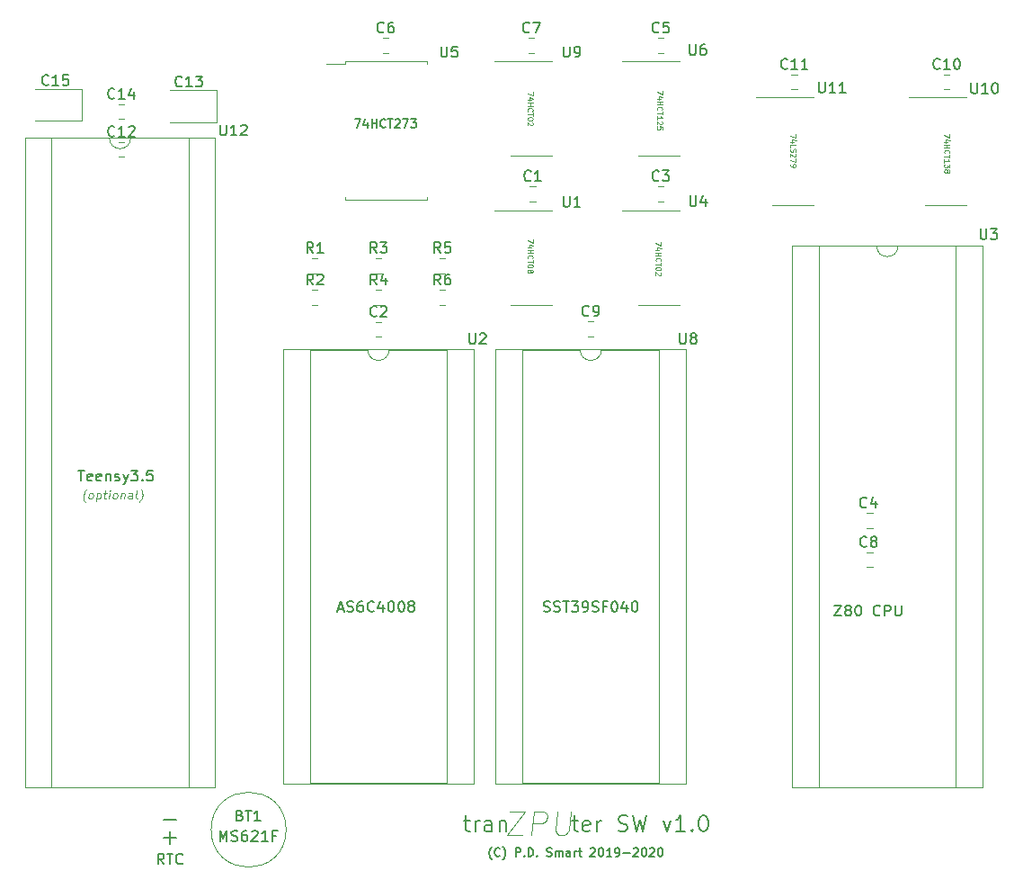
<source format=gbr>
G04 #@! TF.GenerationSoftware,KiCad,Pcbnew,(5.1.2-1)-1*
G04 #@! TF.CreationDate,2020-04-08T11:54:09+01:00*
G04 #@! TF.ProjectId,tranZPUter-SW,7472616e-5a50-4557-9465-722d53572e6b,rev?*
G04 #@! TF.SameCoordinates,Original*
G04 #@! TF.FileFunction,Legend,Top*
G04 #@! TF.FilePolarity,Positive*
%FSLAX46Y46*%
G04 Gerber Fmt 4.6, Leading zero omitted, Abs format (unit mm)*
G04 Created by KiCad (PCBNEW (5.1.2-1)-1) date 2020-04-08 11:54:09*
%MOMM*%
%LPD*%
G04 APERTURE LIST*
%ADD10C,0.150000*%
%ADD11C,0.100000*%
%ADD12C,0.200000*%
%ADD13C,0.120000*%
G04 APERTURE END LIST*
D10*
X118046571Y-148407380D02*
X117713238Y-147931190D01*
X117475142Y-148407380D02*
X117475142Y-147407380D01*
X117856095Y-147407380D01*
X117951333Y-147455000D01*
X117998952Y-147502619D01*
X118046571Y-147597857D01*
X118046571Y-147740714D01*
X117998952Y-147835952D01*
X117951333Y-147883571D01*
X117856095Y-147931190D01*
X117475142Y-147931190D01*
X118332285Y-147407380D02*
X118903714Y-147407380D01*
X118618000Y-148407380D02*
X118618000Y-147407380D01*
X119808476Y-148312142D02*
X119760857Y-148359761D01*
X119618000Y-148407380D01*
X119522761Y-148407380D01*
X119379904Y-148359761D01*
X119284666Y-148264523D01*
X119237047Y-148169285D01*
X119189428Y-147978809D01*
X119189428Y-147835952D01*
X119237047Y-147645476D01*
X119284666Y-147550238D01*
X119379904Y-147455000D01*
X119522761Y-147407380D01*
X119618000Y-147407380D01*
X119760857Y-147455000D01*
X119808476Y-147502619D01*
D11*
X110615160Y-114331666D02*
X110581827Y-114293571D01*
X110519922Y-114179285D01*
X110491351Y-114103095D01*
X110467541Y-113988809D01*
X110453255Y-113798333D01*
X110472303Y-113645952D01*
X110534208Y-113455476D01*
X110586589Y-113341190D01*
X110634208Y-113265000D01*
X110724684Y-113150714D01*
X110767541Y-113112619D01*
X111072303Y-114026904D02*
X111000875Y-113988809D01*
X110967541Y-113950714D01*
X110938970Y-113874523D01*
X110967541Y-113645952D01*
X111015160Y-113569761D01*
X111058017Y-113531666D01*
X111138970Y-113493571D01*
X111253255Y-113493571D01*
X111324684Y-113531666D01*
X111358017Y-113569761D01*
X111386589Y-113645952D01*
X111358017Y-113874523D01*
X111310398Y-113950714D01*
X111267541Y-113988809D01*
X111186589Y-114026904D01*
X111072303Y-114026904D01*
X111748494Y-113493571D02*
X111648494Y-114293571D01*
X111743732Y-113531666D02*
X111824684Y-113493571D01*
X111977065Y-113493571D01*
X112048494Y-113531666D01*
X112081827Y-113569761D01*
X112110398Y-113645952D01*
X112081827Y-113874523D01*
X112034208Y-113950714D01*
X111991351Y-113988809D01*
X111910398Y-114026904D01*
X111758017Y-114026904D01*
X111686589Y-113988809D01*
X112358017Y-113493571D02*
X112662779Y-113493571D01*
X112505636Y-113226904D02*
X112419922Y-113912619D01*
X112448494Y-113988809D01*
X112519922Y-114026904D01*
X112596113Y-114026904D01*
X112862779Y-114026904D02*
X112929446Y-113493571D01*
X112962779Y-113226904D02*
X112919922Y-113265000D01*
X112953255Y-113303095D01*
X112996113Y-113265000D01*
X112962779Y-113226904D01*
X112953255Y-113303095D01*
X113358017Y-114026904D02*
X113286589Y-113988809D01*
X113253255Y-113950714D01*
X113224684Y-113874523D01*
X113253255Y-113645952D01*
X113300875Y-113569761D01*
X113343732Y-113531666D01*
X113424684Y-113493571D01*
X113538970Y-113493571D01*
X113610398Y-113531666D01*
X113643732Y-113569761D01*
X113672303Y-113645952D01*
X113643732Y-113874523D01*
X113596113Y-113950714D01*
X113553255Y-113988809D01*
X113472303Y-114026904D01*
X113358017Y-114026904D01*
X114034208Y-113493571D02*
X113967541Y-114026904D01*
X114024684Y-113569761D02*
X114067541Y-113531666D01*
X114148494Y-113493571D01*
X114262779Y-113493571D01*
X114334208Y-113531666D01*
X114362779Y-113607857D01*
X114310398Y-114026904D01*
X115034208Y-114026904D02*
X115086589Y-113607857D01*
X115058017Y-113531666D01*
X114986589Y-113493571D01*
X114834208Y-113493571D01*
X114753255Y-113531666D01*
X115038970Y-113988809D02*
X114958017Y-114026904D01*
X114767541Y-114026904D01*
X114696113Y-113988809D01*
X114667541Y-113912619D01*
X114677065Y-113836428D01*
X114724684Y-113760238D01*
X114805636Y-113722142D01*
X114996113Y-113722142D01*
X115077065Y-113684047D01*
X115529446Y-114026904D02*
X115458017Y-113988809D01*
X115429446Y-113912619D01*
X115515160Y-113226904D01*
X115719922Y-114331666D02*
X115762779Y-114293571D01*
X115853255Y-114179285D01*
X115900875Y-114103095D01*
X115953255Y-113988809D01*
X116015160Y-113798333D01*
X116034208Y-113645952D01*
X116019922Y-113455476D01*
X115996113Y-113341190D01*
X115967541Y-113265000D01*
X115905636Y-113150714D01*
X115872303Y-113112619D01*
D10*
X148940238Y-147986666D02*
X148902142Y-147948571D01*
X148825952Y-147834285D01*
X148787857Y-147758095D01*
X148749761Y-147643809D01*
X148711666Y-147453333D01*
X148711666Y-147300952D01*
X148749761Y-147110476D01*
X148787857Y-146996190D01*
X148825952Y-146920000D01*
X148902142Y-146805714D01*
X148940238Y-146767619D01*
X149702142Y-147605714D02*
X149664047Y-147643809D01*
X149549761Y-147681904D01*
X149473571Y-147681904D01*
X149359285Y-147643809D01*
X149283095Y-147567619D01*
X149245000Y-147491428D01*
X149206904Y-147339047D01*
X149206904Y-147224761D01*
X149245000Y-147072380D01*
X149283095Y-146996190D01*
X149359285Y-146920000D01*
X149473571Y-146881904D01*
X149549761Y-146881904D01*
X149664047Y-146920000D01*
X149702142Y-146958095D01*
X149968809Y-147986666D02*
X150006904Y-147948571D01*
X150083095Y-147834285D01*
X150121190Y-147758095D01*
X150159285Y-147643809D01*
X150197380Y-147453333D01*
X150197380Y-147300952D01*
X150159285Y-147110476D01*
X150121190Y-146996190D01*
X150083095Y-146920000D01*
X150006904Y-146805714D01*
X149968809Y-146767619D01*
X151187857Y-147681904D02*
X151187857Y-146881904D01*
X151492619Y-146881904D01*
X151568809Y-146920000D01*
X151606904Y-146958095D01*
X151645000Y-147034285D01*
X151645000Y-147148571D01*
X151606904Y-147224761D01*
X151568809Y-147262857D01*
X151492619Y-147300952D01*
X151187857Y-147300952D01*
X151987857Y-147605714D02*
X152025952Y-147643809D01*
X151987857Y-147681904D01*
X151949761Y-147643809D01*
X151987857Y-147605714D01*
X151987857Y-147681904D01*
X152368809Y-147681904D02*
X152368809Y-146881904D01*
X152559285Y-146881904D01*
X152673571Y-146920000D01*
X152749761Y-146996190D01*
X152787857Y-147072380D01*
X152825952Y-147224761D01*
X152825952Y-147339047D01*
X152787857Y-147491428D01*
X152749761Y-147567619D01*
X152673571Y-147643809D01*
X152559285Y-147681904D01*
X152368809Y-147681904D01*
X153168809Y-147605714D02*
X153206904Y-147643809D01*
X153168809Y-147681904D01*
X153130714Y-147643809D01*
X153168809Y-147605714D01*
X153168809Y-147681904D01*
X154121190Y-147643809D02*
X154235476Y-147681904D01*
X154425952Y-147681904D01*
X154502142Y-147643809D01*
X154540238Y-147605714D01*
X154578333Y-147529523D01*
X154578333Y-147453333D01*
X154540238Y-147377142D01*
X154502142Y-147339047D01*
X154425952Y-147300952D01*
X154273571Y-147262857D01*
X154197380Y-147224761D01*
X154159285Y-147186666D01*
X154121190Y-147110476D01*
X154121190Y-147034285D01*
X154159285Y-146958095D01*
X154197380Y-146920000D01*
X154273571Y-146881904D01*
X154464047Y-146881904D01*
X154578333Y-146920000D01*
X154921190Y-147681904D02*
X154921190Y-147148571D01*
X154921190Y-147224761D02*
X154959285Y-147186666D01*
X155035476Y-147148571D01*
X155149761Y-147148571D01*
X155225952Y-147186666D01*
X155264047Y-147262857D01*
X155264047Y-147681904D01*
X155264047Y-147262857D02*
X155302142Y-147186666D01*
X155378333Y-147148571D01*
X155492619Y-147148571D01*
X155568809Y-147186666D01*
X155606904Y-147262857D01*
X155606904Y-147681904D01*
X156330714Y-147681904D02*
X156330714Y-147262857D01*
X156292619Y-147186666D01*
X156216428Y-147148571D01*
X156064047Y-147148571D01*
X155987857Y-147186666D01*
X156330714Y-147643809D02*
X156254523Y-147681904D01*
X156064047Y-147681904D01*
X155987857Y-147643809D01*
X155949761Y-147567619D01*
X155949761Y-147491428D01*
X155987857Y-147415238D01*
X156064047Y-147377142D01*
X156254523Y-147377142D01*
X156330714Y-147339047D01*
X156711666Y-147681904D02*
X156711666Y-147148571D01*
X156711666Y-147300952D02*
X156749761Y-147224761D01*
X156787857Y-147186666D01*
X156864047Y-147148571D01*
X156940238Y-147148571D01*
X157092619Y-147148571D02*
X157397380Y-147148571D01*
X157206904Y-146881904D02*
X157206904Y-147567619D01*
X157245000Y-147643809D01*
X157321190Y-147681904D01*
X157397380Y-147681904D01*
X158235476Y-146958095D02*
X158273571Y-146920000D01*
X158349761Y-146881904D01*
X158540238Y-146881904D01*
X158616428Y-146920000D01*
X158654523Y-146958095D01*
X158692619Y-147034285D01*
X158692619Y-147110476D01*
X158654523Y-147224761D01*
X158197380Y-147681904D01*
X158692619Y-147681904D01*
X159187857Y-146881904D02*
X159264047Y-146881904D01*
X159340238Y-146920000D01*
X159378333Y-146958095D01*
X159416428Y-147034285D01*
X159454523Y-147186666D01*
X159454523Y-147377142D01*
X159416428Y-147529523D01*
X159378333Y-147605714D01*
X159340238Y-147643809D01*
X159264047Y-147681904D01*
X159187857Y-147681904D01*
X159111666Y-147643809D01*
X159073571Y-147605714D01*
X159035476Y-147529523D01*
X158997380Y-147377142D01*
X158997380Y-147186666D01*
X159035476Y-147034285D01*
X159073571Y-146958095D01*
X159111666Y-146920000D01*
X159187857Y-146881904D01*
X160216428Y-147681904D02*
X159759285Y-147681904D01*
X159987857Y-147681904D02*
X159987857Y-146881904D01*
X159911666Y-146996190D01*
X159835476Y-147072380D01*
X159759285Y-147110476D01*
X160597380Y-147681904D02*
X160749761Y-147681904D01*
X160825952Y-147643809D01*
X160864047Y-147605714D01*
X160940238Y-147491428D01*
X160978333Y-147339047D01*
X160978333Y-147034285D01*
X160940238Y-146958095D01*
X160902142Y-146920000D01*
X160825952Y-146881904D01*
X160673571Y-146881904D01*
X160597380Y-146920000D01*
X160559285Y-146958095D01*
X160521190Y-147034285D01*
X160521190Y-147224761D01*
X160559285Y-147300952D01*
X160597380Y-147339047D01*
X160673571Y-147377142D01*
X160825952Y-147377142D01*
X160902142Y-147339047D01*
X160940238Y-147300952D01*
X160978333Y-147224761D01*
X161321190Y-147377142D02*
X161930714Y-147377142D01*
X162273571Y-146958095D02*
X162311666Y-146920000D01*
X162387857Y-146881904D01*
X162578333Y-146881904D01*
X162654523Y-146920000D01*
X162692619Y-146958095D01*
X162730714Y-147034285D01*
X162730714Y-147110476D01*
X162692619Y-147224761D01*
X162235476Y-147681904D01*
X162730714Y-147681904D01*
X163225952Y-146881904D02*
X163302142Y-146881904D01*
X163378333Y-146920000D01*
X163416428Y-146958095D01*
X163454523Y-147034285D01*
X163492619Y-147186666D01*
X163492619Y-147377142D01*
X163454523Y-147529523D01*
X163416428Y-147605714D01*
X163378333Y-147643809D01*
X163302142Y-147681904D01*
X163225952Y-147681904D01*
X163149761Y-147643809D01*
X163111666Y-147605714D01*
X163073571Y-147529523D01*
X163035476Y-147377142D01*
X163035476Y-147186666D01*
X163073571Y-147034285D01*
X163111666Y-146958095D01*
X163149761Y-146920000D01*
X163225952Y-146881904D01*
X163797380Y-146958095D02*
X163835476Y-146920000D01*
X163911666Y-146881904D01*
X164102142Y-146881904D01*
X164178333Y-146920000D01*
X164216428Y-146958095D01*
X164254523Y-147034285D01*
X164254523Y-147110476D01*
X164216428Y-147224761D01*
X163759285Y-147681904D01*
X164254523Y-147681904D01*
X164749761Y-146881904D02*
X164825952Y-146881904D01*
X164902142Y-146920000D01*
X164940238Y-146958095D01*
X164978333Y-147034285D01*
X165016428Y-147186666D01*
X165016428Y-147377142D01*
X164978333Y-147529523D01*
X164940238Y-147605714D01*
X164902142Y-147643809D01*
X164825952Y-147681904D01*
X164749761Y-147681904D01*
X164673571Y-147643809D01*
X164635476Y-147605714D01*
X164597380Y-147529523D01*
X164559285Y-147377142D01*
X164559285Y-147186666D01*
X164597380Y-147034285D01*
X164635476Y-146958095D01*
X164673571Y-146920000D01*
X164749761Y-146881904D01*
D11*
X150631005Y-143448238D02*
X152097672Y-143448238D01*
X150356005Y-145648238D01*
X151822672Y-145648238D01*
X152660767Y-145648238D02*
X152935767Y-143448238D01*
X153773863Y-143448238D01*
X153970291Y-143553000D01*
X154061958Y-143657761D01*
X154140529Y-143867285D01*
X154101244Y-144181571D01*
X153970291Y-144391095D01*
X153852434Y-144495857D01*
X153629815Y-144600619D01*
X152791720Y-144600619D01*
X155135767Y-143448238D02*
X154913148Y-145229190D01*
X154991720Y-145438714D01*
X155083386Y-145543476D01*
X155279815Y-145648238D01*
X155698863Y-145648238D01*
X155921482Y-145543476D01*
X156039339Y-145438714D01*
X156170291Y-145229190D01*
X156392910Y-143448238D01*
D12*
X146289571Y-144331571D02*
X146861000Y-144331571D01*
X146503857Y-143831571D02*
X146503857Y-145117285D01*
X146575285Y-145260142D01*
X146718142Y-145331571D01*
X146861000Y-145331571D01*
X147361000Y-145331571D02*
X147361000Y-144331571D01*
X147361000Y-144617285D02*
X147432428Y-144474428D01*
X147503857Y-144403000D01*
X147646714Y-144331571D01*
X147789571Y-144331571D01*
X148932428Y-145331571D02*
X148932428Y-144545857D01*
X148861000Y-144403000D01*
X148718142Y-144331571D01*
X148432428Y-144331571D01*
X148289571Y-144403000D01*
X148932428Y-145260142D02*
X148789571Y-145331571D01*
X148432428Y-145331571D01*
X148289571Y-145260142D01*
X148218142Y-145117285D01*
X148218142Y-144974428D01*
X148289571Y-144831571D01*
X148432428Y-144760142D01*
X148789571Y-144760142D01*
X148932428Y-144688714D01*
X149646714Y-144331571D02*
X149646714Y-145331571D01*
X149646714Y-144474428D02*
X149718142Y-144403000D01*
X149861000Y-144331571D01*
X150075285Y-144331571D01*
X150218142Y-144403000D01*
X150289571Y-144545857D01*
X150289571Y-145331571D01*
X156503857Y-144331571D02*
X157075285Y-144331571D01*
X156718142Y-143831571D02*
X156718142Y-145117285D01*
X156789571Y-145260142D01*
X156932428Y-145331571D01*
X157075285Y-145331571D01*
X158146714Y-145260142D02*
X158003857Y-145331571D01*
X157718142Y-145331571D01*
X157575285Y-145260142D01*
X157503857Y-145117285D01*
X157503857Y-144545857D01*
X157575285Y-144403000D01*
X157718142Y-144331571D01*
X158003857Y-144331571D01*
X158146714Y-144403000D01*
X158218142Y-144545857D01*
X158218142Y-144688714D01*
X157503857Y-144831571D01*
X158861000Y-145331571D02*
X158861000Y-144331571D01*
X158861000Y-144617285D02*
X158932428Y-144474428D01*
X159003857Y-144403000D01*
X159146714Y-144331571D01*
X159289571Y-144331571D01*
X160861000Y-145260142D02*
X161075285Y-145331571D01*
X161432428Y-145331571D01*
X161575285Y-145260142D01*
X161646714Y-145188714D01*
X161718142Y-145045857D01*
X161718142Y-144903000D01*
X161646714Y-144760142D01*
X161575285Y-144688714D01*
X161432428Y-144617285D01*
X161146714Y-144545857D01*
X161003857Y-144474428D01*
X160932428Y-144403000D01*
X160861000Y-144260142D01*
X160861000Y-144117285D01*
X160932428Y-143974428D01*
X161003857Y-143903000D01*
X161146714Y-143831571D01*
X161503857Y-143831571D01*
X161718142Y-143903000D01*
X162218142Y-143831571D02*
X162575285Y-145331571D01*
X162861000Y-144260142D01*
X163146714Y-145331571D01*
X163503857Y-143831571D01*
X165075285Y-144331571D02*
X165432428Y-145331571D01*
X165789571Y-144331571D01*
X167146714Y-145331571D02*
X166289571Y-145331571D01*
X166718142Y-145331571D02*
X166718142Y-143831571D01*
X166575285Y-144045857D01*
X166432428Y-144188714D01*
X166289571Y-144260142D01*
X167789571Y-145188714D02*
X167861000Y-145260142D01*
X167789571Y-145331571D01*
X167718142Y-145260142D01*
X167789571Y-145188714D01*
X167789571Y-145331571D01*
X168789571Y-143831571D02*
X168932428Y-143831571D01*
X169075285Y-143903000D01*
X169146714Y-143974428D01*
X169218142Y-144117285D01*
X169289571Y-144403000D01*
X169289571Y-144760142D01*
X169218142Y-145045857D01*
X169146714Y-145188714D01*
X169075285Y-145260142D01*
X168932428Y-145331571D01*
X168789571Y-145331571D01*
X168646714Y-145260142D01*
X168575285Y-145188714D01*
X168503857Y-145045857D01*
X168432428Y-144760142D01*
X168432428Y-144403000D01*
X168503857Y-144117285D01*
X168575285Y-143974428D01*
X168646714Y-143903000D01*
X168789571Y-143831571D01*
D10*
X118046571Y-144252142D02*
X119189428Y-144252142D01*
X118046571Y-145903857D02*
X119189428Y-145903857D01*
X118618000Y-146479095D02*
X118618000Y-145328619D01*
D13*
X147205000Y-99943000D02*
X129305000Y-99943000D01*
X147205000Y-140823000D02*
X147205000Y-99943000D01*
X129305000Y-140823000D02*
X147205000Y-140823000D01*
X129305000Y-99943000D02*
X129305000Y-140823000D01*
X144715000Y-100003000D02*
X139255000Y-100003000D01*
X144715000Y-140763000D02*
X144715000Y-100003000D01*
X131795000Y-140763000D02*
X144715000Y-140763000D01*
X131795000Y-100003000D02*
X131795000Y-140763000D01*
X137255000Y-100003000D02*
X131795000Y-100003000D01*
X139255000Y-100003000D02*
G75*
G02X137255000Y-100003000I-1000000J0D01*
G01*
X129561000Y-145161000D02*
G75*
G03X129561000Y-145161000I-3530000J0D01*
G01*
X110331000Y-75452000D02*
X105946000Y-75452000D01*
X110331000Y-78472000D02*
X110331000Y-75452000D01*
X105946000Y-78472000D02*
X110331000Y-78472000D01*
X123031000Y-75579000D02*
X118646000Y-75579000D01*
X123031000Y-78599000D02*
X123031000Y-75579000D01*
X118646000Y-78599000D02*
X123031000Y-78599000D01*
X114307252Y-76887000D02*
X113784748Y-76887000D01*
X114307252Y-78307000D02*
X113784748Y-78307000D01*
X122869000Y-80017000D02*
X104969000Y-80017000D01*
X122869000Y-141217000D02*
X122869000Y-80017000D01*
X104969000Y-141217000D02*
X122869000Y-141217000D01*
X104969000Y-80017000D02*
X104969000Y-141217000D01*
X120379000Y-80077000D02*
X114919000Y-80077000D01*
X120379000Y-141157000D02*
X120379000Y-80077000D01*
X107459000Y-141157000D02*
X120379000Y-141157000D01*
X107459000Y-80077000D02*
X107459000Y-141157000D01*
X112919000Y-80077000D02*
X107459000Y-80077000D01*
X114919000Y-80077000D02*
G75*
G02X112919000Y-80077000I-1000000J0D01*
G01*
X177292000Y-76273000D02*
X173842000Y-76273000D01*
X177292000Y-76273000D02*
X179242000Y-76273000D01*
X177292000Y-86393000D02*
X175342000Y-86393000D01*
X177292000Y-86393000D02*
X179242000Y-86393000D01*
X191673000Y-76273000D02*
X188223000Y-76273000D01*
X191673000Y-76273000D02*
X193623000Y-76273000D01*
X191673000Y-86393000D02*
X189723000Y-86393000D01*
X191673000Y-86393000D02*
X193623000Y-86393000D01*
X152635000Y-72846000D02*
X149185000Y-72846000D01*
X152635000Y-72846000D02*
X154585000Y-72846000D01*
X152635000Y-81716000D02*
X150685000Y-81716000D01*
X152635000Y-81716000D02*
X154585000Y-81716000D01*
X167205000Y-99943000D02*
X149305000Y-99943000D01*
X167205000Y-140823000D02*
X167205000Y-99943000D01*
X149305000Y-140823000D02*
X167205000Y-140823000D01*
X149305000Y-99943000D02*
X149305000Y-140823000D01*
X164715000Y-100003000D02*
X159255000Y-100003000D01*
X164715000Y-140763000D02*
X164715000Y-100003000D01*
X151795000Y-140763000D02*
X164715000Y-140763000D01*
X151795000Y-100003000D02*
X151795000Y-140763000D01*
X157255000Y-100003000D02*
X151795000Y-100003000D01*
X159255000Y-100003000D02*
G75*
G02X157255000Y-100003000I-1000000J0D01*
G01*
X164635000Y-72846000D02*
X161185000Y-72846000D01*
X164635000Y-72846000D02*
X166585000Y-72846000D01*
X164635000Y-81716000D02*
X162685000Y-81716000D01*
X164635000Y-81716000D02*
X166585000Y-81716000D01*
X135127000Y-73106000D02*
X133312000Y-73106000D01*
X135127000Y-72871000D02*
X135127000Y-73106000D01*
X138987000Y-72871000D02*
X135127000Y-72871000D01*
X142847000Y-72871000D02*
X142847000Y-73106000D01*
X138987000Y-72871000D02*
X142847000Y-72871000D01*
X135127000Y-85891000D02*
X135127000Y-85656000D01*
X138987000Y-85891000D02*
X135127000Y-85891000D01*
X142847000Y-85891000D02*
X142847000Y-85656000D01*
X138987000Y-85891000D02*
X142847000Y-85891000D01*
X164635000Y-86898000D02*
X161185000Y-86898000D01*
X164635000Y-86898000D02*
X166585000Y-86898000D01*
X164635000Y-95768000D02*
X162685000Y-95768000D01*
X164635000Y-95768000D02*
X166585000Y-95768000D01*
X195132000Y-90177000D02*
X177232000Y-90177000D01*
X195132000Y-141217000D02*
X195132000Y-90177000D01*
X177232000Y-141217000D02*
X195132000Y-141217000D01*
X177232000Y-90177000D02*
X177232000Y-141217000D01*
X192642000Y-90237000D02*
X187182000Y-90237000D01*
X192642000Y-141157000D02*
X192642000Y-90237000D01*
X179722000Y-141157000D02*
X192642000Y-141157000D01*
X179722000Y-90237000D02*
X179722000Y-141157000D01*
X185182000Y-90237000D02*
X179722000Y-90237000D01*
X187182000Y-90237000D02*
G75*
G02X185182000Y-90237000I-1000000J0D01*
G01*
X152635000Y-86898000D02*
X149185000Y-86898000D01*
X152635000Y-86898000D02*
X154585000Y-86898000D01*
X152635000Y-95768000D02*
X150685000Y-95768000D01*
X152635000Y-95768000D02*
X154585000Y-95768000D01*
X144008748Y-95789000D02*
X144531252Y-95789000D01*
X144008748Y-94369000D02*
X144531252Y-94369000D01*
X144008748Y-92789000D02*
X144531252Y-92789000D01*
X144008748Y-91369000D02*
X144531252Y-91369000D01*
X138008748Y-95789000D02*
X138531252Y-95789000D01*
X138008748Y-94369000D02*
X138531252Y-94369000D01*
X138008748Y-92789000D02*
X138531252Y-92789000D01*
X138008748Y-91369000D02*
X138531252Y-91369000D01*
X132008748Y-95789000D02*
X132531252Y-95789000D01*
X132008748Y-94369000D02*
X132531252Y-94369000D01*
X132008748Y-92789000D02*
X132531252Y-92789000D01*
X132008748Y-91369000D02*
X132531252Y-91369000D01*
X113784748Y-81863000D02*
X114307252Y-81863000D01*
X113784748Y-80443000D02*
X114307252Y-80443000D01*
X177157748Y-75513000D02*
X177680252Y-75513000D01*
X177157748Y-74093000D02*
X177680252Y-74093000D01*
X191517748Y-75513000D02*
X192040252Y-75513000D01*
X191517748Y-74093000D02*
X192040252Y-74093000D01*
X157980748Y-98754000D02*
X158503252Y-98754000D01*
X157980748Y-97334000D02*
X158503252Y-97334000D01*
X184792252Y-119051000D02*
X184269748Y-119051000D01*
X184792252Y-120471000D02*
X184269748Y-120471000D01*
X152392748Y-72084000D02*
X152915252Y-72084000D01*
X152392748Y-70664000D02*
X152915252Y-70664000D01*
X138676748Y-72084000D02*
X139199252Y-72084000D01*
X138676748Y-70664000D02*
X139199252Y-70664000D01*
X164584748Y-72084000D02*
X165107252Y-72084000D01*
X164584748Y-70664000D02*
X165107252Y-70664000D01*
X184792252Y-115368000D02*
X184269748Y-115368000D01*
X184792252Y-116788000D02*
X184269748Y-116788000D01*
X164584748Y-86043000D02*
X165107252Y-86043000D01*
X164584748Y-84623000D02*
X165107252Y-84623000D01*
X138008748Y-98789000D02*
X138531252Y-98789000D01*
X138008748Y-97369000D02*
X138531252Y-97369000D01*
X152519748Y-86043000D02*
X153042252Y-86043000D01*
X152519748Y-84623000D02*
X153042252Y-84623000D01*
D10*
X146812095Y-98455380D02*
X146812095Y-99264904D01*
X146859714Y-99360142D01*
X146907333Y-99407761D01*
X147002571Y-99455380D01*
X147193047Y-99455380D01*
X147288285Y-99407761D01*
X147335904Y-99360142D01*
X147383523Y-99264904D01*
X147383523Y-98455380D01*
X147812095Y-98550619D02*
X147859714Y-98503000D01*
X147954952Y-98455380D01*
X148193047Y-98455380D01*
X148288285Y-98503000D01*
X148335904Y-98550619D01*
X148383523Y-98645857D01*
X148383523Y-98741095D01*
X148335904Y-98883952D01*
X147764476Y-99455380D01*
X148383523Y-99455380D01*
X134453761Y-124372666D02*
X134929952Y-124372666D01*
X134358523Y-124658380D02*
X134691857Y-123658380D01*
X135025190Y-124658380D01*
X135310904Y-124610761D02*
X135453761Y-124658380D01*
X135691857Y-124658380D01*
X135787095Y-124610761D01*
X135834714Y-124563142D01*
X135882333Y-124467904D01*
X135882333Y-124372666D01*
X135834714Y-124277428D01*
X135787095Y-124229809D01*
X135691857Y-124182190D01*
X135501380Y-124134571D01*
X135406142Y-124086952D01*
X135358523Y-124039333D01*
X135310904Y-123944095D01*
X135310904Y-123848857D01*
X135358523Y-123753619D01*
X135406142Y-123706000D01*
X135501380Y-123658380D01*
X135739476Y-123658380D01*
X135882333Y-123706000D01*
X136739476Y-123658380D02*
X136549000Y-123658380D01*
X136453761Y-123706000D01*
X136406142Y-123753619D01*
X136310904Y-123896476D01*
X136263285Y-124086952D01*
X136263285Y-124467904D01*
X136310904Y-124563142D01*
X136358523Y-124610761D01*
X136453761Y-124658380D01*
X136644238Y-124658380D01*
X136739476Y-124610761D01*
X136787095Y-124563142D01*
X136834714Y-124467904D01*
X136834714Y-124229809D01*
X136787095Y-124134571D01*
X136739476Y-124086952D01*
X136644238Y-124039333D01*
X136453761Y-124039333D01*
X136358523Y-124086952D01*
X136310904Y-124134571D01*
X136263285Y-124229809D01*
X137834714Y-124563142D02*
X137787095Y-124610761D01*
X137644238Y-124658380D01*
X137549000Y-124658380D01*
X137406142Y-124610761D01*
X137310904Y-124515523D01*
X137263285Y-124420285D01*
X137215666Y-124229809D01*
X137215666Y-124086952D01*
X137263285Y-123896476D01*
X137310904Y-123801238D01*
X137406142Y-123706000D01*
X137549000Y-123658380D01*
X137644238Y-123658380D01*
X137787095Y-123706000D01*
X137834714Y-123753619D01*
X138691857Y-123991714D02*
X138691857Y-124658380D01*
X138453761Y-123610761D02*
X138215666Y-124325047D01*
X138834714Y-124325047D01*
X139406142Y-123658380D02*
X139501380Y-123658380D01*
X139596619Y-123706000D01*
X139644238Y-123753619D01*
X139691857Y-123848857D01*
X139739476Y-124039333D01*
X139739476Y-124277428D01*
X139691857Y-124467904D01*
X139644238Y-124563142D01*
X139596619Y-124610761D01*
X139501380Y-124658380D01*
X139406142Y-124658380D01*
X139310904Y-124610761D01*
X139263285Y-124563142D01*
X139215666Y-124467904D01*
X139168047Y-124277428D01*
X139168047Y-124039333D01*
X139215666Y-123848857D01*
X139263285Y-123753619D01*
X139310904Y-123706000D01*
X139406142Y-123658380D01*
X140358523Y-123658380D02*
X140453761Y-123658380D01*
X140549000Y-123706000D01*
X140596619Y-123753619D01*
X140644238Y-123848857D01*
X140691857Y-124039333D01*
X140691857Y-124277428D01*
X140644238Y-124467904D01*
X140596619Y-124563142D01*
X140549000Y-124610761D01*
X140453761Y-124658380D01*
X140358523Y-124658380D01*
X140263285Y-124610761D01*
X140215666Y-124563142D01*
X140168047Y-124467904D01*
X140120428Y-124277428D01*
X140120428Y-124039333D01*
X140168047Y-123848857D01*
X140215666Y-123753619D01*
X140263285Y-123706000D01*
X140358523Y-123658380D01*
X141263285Y-124086952D02*
X141168047Y-124039333D01*
X141120428Y-123991714D01*
X141072809Y-123896476D01*
X141072809Y-123848857D01*
X141120428Y-123753619D01*
X141168047Y-123706000D01*
X141263285Y-123658380D01*
X141453761Y-123658380D01*
X141549000Y-123706000D01*
X141596619Y-123753619D01*
X141644238Y-123848857D01*
X141644238Y-123896476D01*
X141596619Y-123991714D01*
X141549000Y-124039333D01*
X141453761Y-124086952D01*
X141263285Y-124086952D01*
X141168047Y-124134571D01*
X141120428Y-124182190D01*
X141072809Y-124277428D01*
X141072809Y-124467904D01*
X141120428Y-124563142D01*
X141168047Y-124610761D01*
X141263285Y-124658380D01*
X141453761Y-124658380D01*
X141549000Y-124610761D01*
X141596619Y-124563142D01*
X141644238Y-124467904D01*
X141644238Y-124277428D01*
X141596619Y-124182190D01*
X141549000Y-124134571D01*
X141453761Y-124086952D01*
X125198285Y-143819571D02*
X125341142Y-143867190D01*
X125388761Y-143914809D01*
X125436380Y-144010047D01*
X125436380Y-144152904D01*
X125388761Y-144248142D01*
X125341142Y-144295761D01*
X125245904Y-144343380D01*
X124864952Y-144343380D01*
X124864952Y-143343380D01*
X125198285Y-143343380D01*
X125293523Y-143391000D01*
X125341142Y-143438619D01*
X125388761Y-143533857D01*
X125388761Y-143629095D01*
X125341142Y-143724333D01*
X125293523Y-143771952D01*
X125198285Y-143819571D01*
X124864952Y-143819571D01*
X125722095Y-143343380D02*
X126293523Y-143343380D01*
X126007809Y-144343380D02*
X126007809Y-143343380D01*
X127150666Y-144343380D02*
X126579238Y-144343380D01*
X126864952Y-144343380D02*
X126864952Y-143343380D01*
X126769714Y-143486238D01*
X126674476Y-143581476D01*
X126579238Y-143629095D01*
X123317333Y-146248380D02*
X123317333Y-145248380D01*
X123650666Y-145962666D01*
X123984000Y-145248380D01*
X123984000Y-146248380D01*
X124412571Y-146200761D02*
X124555428Y-146248380D01*
X124793523Y-146248380D01*
X124888761Y-146200761D01*
X124936380Y-146153142D01*
X124984000Y-146057904D01*
X124984000Y-145962666D01*
X124936380Y-145867428D01*
X124888761Y-145819809D01*
X124793523Y-145772190D01*
X124603047Y-145724571D01*
X124507809Y-145676952D01*
X124460190Y-145629333D01*
X124412571Y-145534095D01*
X124412571Y-145438857D01*
X124460190Y-145343619D01*
X124507809Y-145296000D01*
X124603047Y-145248380D01*
X124841142Y-145248380D01*
X124984000Y-145296000D01*
X125841142Y-145248380D02*
X125650666Y-145248380D01*
X125555428Y-145296000D01*
X125507809Y-145343619D01*
X125412571Y-145486476D01*
X125364952Y-145676952D01*
X125364952Y-146057904D01*
X125412571Y-146153142D01*
X125460190Y-146200761D01*
X125555428Y-146248380D01*
X125745904Y-146248380D01*
X125841142Y-146200761D01*
X125888761Y-146153142D01*
X125936380Y-146057904D01*
X125936380Y-145819809D01*
X125888761Y-145724571D01*
X125841142Y-145676952D01*
X125745904Y-145629333D01*
X125555428Y-145629333D01*
X125460190Y-145676952D01*
X125412571Y-145724571D01*
X125364952Y-145819809D01*
X126317333Y-145343619D02*
X126364952Y-145296000D01*
X126460190Y-145248380D01*
X126698285Y-145248380D01*
X126793523Y-145296000D01*
X126841142Y-145343619D01*
X126888761Y-145438857D01*
X126888761Y-145534095D01*
X126841142Y-145676952D01*
X126269714Y-146248380D01*
X126888761Y-146248380D01*
X127841142Y-146248380D02*
X127269714Y-146248380D01*
X127555428Y-146248380D02*
X127555428Y-145248380D01*
X127460190Y-145391238D01*
X127364952Y-145486476D01*
X127269714Y-145534095D01*
X128603047Y-145724571D02*
X128269714Y-145724571D01*
X128269714Y-146248380D02*
X128269714Y-145248380D01*
X128745904Y-145248380D01*
X107180142Y-75033142D02*
X107132523Y-75080761D01*
X106989666Y-75128380D01*
X106894428Y-75128380D01*
X106751571Y-75080761D01*
X106656333Y-74985523D01*
X106608714Y-74890285D01*
X106561095Y-74699809D01*
X106561095Y-74556952D01*
X106608714Y-74366476D01*
X106656333Y-74271238D01*
X106751571Y-74176000D01*
X106894428Y-74128380D01*
X106989666Y-74128380D01*
X107132523Y-74176000D01*
X107180142Y-74223619D01*
X108132523Y-75128380D02*
X107561095Y-75128380D01*
X107846809Y-75128380D02*
X107846809Y-74128380D01*
X107751571Y-74271238D01*
X107656333Y-74366476D01*
X107561095Y-74414095D01*
X109037285Y-74128380D02*
X108561095Y-74128380D01*
X108513476Y-74604571D01*
X108561095Y-74556952D01*
X108656333Y-74509333D01*
X108894428Y-74509333D01*
X108989666Y-74556952D01*
X109037285Y-74604571D01*
X109084904Y-74699809D01*
X109084904Y-74937904D01*
X109037285Y-75033142D01*
X108989666Y-75080761D01*
X108894428Y-75128380D01*
X108656333Y-75128380D01*
X108561095Y-75080761D01*
X108513476Y-75033142D01*
X119753142Y-75160142D02*
X119705523Y-75207761D01*
X119562666Y-75255380D01*
X119467428Y-75255380D01*
X119324571Y-75207761D01*
X119229333Y-75112523D01*
X119181714Y-75017285D01*
X119134095Y-74826809D01*
X119134095Y-74683952D01*
X119181714Y-74493476D01*
X119229333Y-74398238D01*
X119324571Y-74303000D01*
X119467428Y-74255380D01*
X119562666Y-74255380D01*
X119705523Y-74303000D01*
X119753142Y-74350619D01*
X120705523Y-75255380D02*
X120134095Y-75255380D01*
X120419809Y-75255380D02*
X120419809Y-74255380D01*
X120324571Y-74398238D01*
X120229333Y-74493476D01*
X120134095Y-74541095D01*
X121038857Y-74255380D02*
X121657904Y-74255380D01*
X121324571Y-74636333D01*
X121467428Y-74636333D01*
X121562666Y-74683952D01*
X121610285Y-74731571D01*
X121657904Y-74826809D01*
X121657904Y-75064904D01*
X121610285Y-75160142D01*
X121562666Y-75207761D01*
X121467428Y-75255380D01*
X121181714Y-75255380D01*
X121086476Y-75207761D01*
X121038857Y-75160142D01*
X113403142Y-76303142D02*
X113355523Y-76350761D01*
X113212666Y-76398380D01*
X113117428Y-76398380D01*
X112974571Y-76350761D01*
X112879333Y-76255523D01*
X112831714Y-76160285D01*
X112784095Y-75969809D01*
X112784095Y-75826952D01*
X112831714Y-75636476D01*
X112879333Y-75541238D01*
X112974571Y-75446000D01*
X113117428Y-75398380D01*
X113212666Y-75398380D01*
X113355523Y-75446000D01*
X113403142Y-75493619D01*
X114355523Y-76398380D02*
X113784095Y-76398380D01*
X114069809Y-76398380D02*
X114069809Y-75398380D01*
X113974571Y-75541238D01*
X113879333Y-75636476D01*
X113784095Y-75684095D01*
X115212666Y-75731714D02*
X115212666Y-76398380D01*
X114974571Y-75350761D02*
X114736476Y-76065047D01*
X115355523Y-76065047D01*
X123348904Y-78827380D02*
X123348904Y-79636904D01*
X123396523Y-79732142D01*
X123444142Y-79779761D01*
X123539380Y-79827380D01*
X123729857Y-79827380D01*
X123825095Y-79779761D01*
X123872714Y-79732142D01*
X123920333Y-79636904D01*
X123920333Y-78827380D01*
X124920333Y-79827380D02*
X124348904Y-79827380D01*
X124634619Y-79827380D02*
X124634619Y-78827380D01*
X124539380Y-78970238D01*
X124444142Y-79065476D01*
X124348904Y-79113095D01*
X125301285Y-78922619D02*
X125348904Y-78875000D01*
X125444142Y-78827380D01*
X125682238Y-78827380D01*
X125777476Y-78875000D01*
X125825095Y-78922619D01*
X125872714Y-79017857D01*
X125872714Y-79113095D01*
X125825095Y-79255952D01*
X125253666Y-79827380D01*
X125872714Y-79827380D01*
X109966571Y-111339380D02*
X110538000Y-111339380D01*
X110252285Y-112339380D02*
X110252285Y-111339380D01*
X111252285Y-112291761D02*
X111157047Y-112339380D01*
X110966571Y-112339380D01*
X110871333Y-112291761D01*
X110823714Y-112196523D01*
X110823714Y-111815571D01*
X110871333Y-111720333D01*
X110966571Y-111672714D01*
X111157047Y-111672714D01*
X111252285Y-111720333D01*
X111299904Y-111815571D01*
X111299904Y-111910809D01*
X110823714Y-112006047D01*
X112109428Y-112291761D02*
X112014190Y-112339380D01*
X111823714Y-112339380D01*
X111728476Y-112291761D01*
X111680857Y-112196523D01*
X111680857Y-111815571D01*
X111728476Y-111720333D01*
X111823714Y-111672714D01*
X112014190Y-111672714D01*
X112109428Y-111720333D01*
X112157047Y-111815571D01*
X112157047Y-111910809D01*
X111680857Y-112006047D01*
X112585619Y-111672714D02*
X112585619Y-112339380D01*
X112585619Y-111767952D02*
X112633238Y-111720333D01*
X112728476Y-111672714D01*
X112871333Y-111672714D01*
X112966571Y-111720333D01*
X113014190Y-111815571D01*
X113014190Y-112339380D01*
X113442761Y-112291761D02*
X113538000Y-112339380D01*
X113728476Y-112339380D01*
X113823714Y-112291761D01*
X113871333Y-112196523D01*
X113871333Y-112148904D01*
X113823714Y-112053666D01*
X113728476Y-112006047D01*
X113585619Y-112006047D01*
X113490380Y-111958428D01*
X113442761Y-111863190D01*
X113442761Y-111815571D01*
X113490380Y-111720333D01*
X113585619Y-111672714D01*
X113728476Y-111672714D01*
X113823714Y-111720333D01*
X114204666Y-111672714D02*
X114442761Y-112339380D01*
X114680857Y-111672714D02*
X114442761Y-112339380D01*
X114347523Y-112577476D01*
X114299904Y-112625095D01*
X114204666Y-112672714D01*
X114966571Y-111339380D02*
X115585619Y-111339380D01*
X115252285Y-111720333D01*
X115395142Y-111720333D01*
X115490380Y-111767952D01*
X115538000Y-111815571D01*
X115585619Y-111910809D01*
X115585619Y-112148904D01*
X115538000Y-112244142D01*
X115490380Y-112291761D01*
X115395142Y-112339380D01*
X115109428Y-112339380D01*
X115014190Y-112291761D01*
X114966571Y-112244142D01*
X116014190Y-112244142D02*
X116061809Y-112291761D01*
X116014190Y-112339380D01*
X115966571Y-112291761D01*
X116014190Y-112244142D01*
X116014190Y-112339380D01*
X116966571Y-111339380D02*
X116490380Y-111339380D01*
X116442761Y-111815571D01*
X116490380Y-111767952D01*
X116585619Y-111720333D01*
X116823714Y-111720333D01*
X116918952Y-111767952D01*
X116966571Y-111815571D01*
X117014190Y-111910809D01*
X117014190Y-112148904D01*
X116966571Y-112244142D01*
X116918952Y-112291761D01*
X116823714Y-112339380D01*
X116585619Y-112339380D01*
X116490380Y-112291761D01*
X116442761Y-112244142D01*
X179736904Y-74816380D02*
X179736904Y-75625904D01*
X179784523Y-75721142D01*
X179832142Y-75768761D01*
X179927380Y-75816380D01*
X180117857Y-75816380D01*
X180213095Y-75768761D01*
X180260714Y-75721142D01*
X180308333Y-75625904D01*
X180308333Y-74816380D01*
X181308333Y-75816380D02*
X180736904Y-75816380D01*
X181022619Y-75816380D02*
X181022619Y-74816380D01*
X180927380Y-74959238D01*
X180832142Y-75054476D01*
X180736904Y-75102095D01*
X182260714Y-75816380D02*
X181689285Y-75816380D01*
X181975000Y-75816380D02*
X181975000Y-74816380D01*
X181879761Y-74959238D01*
X181784523Y-75054476D01*
X181689285Y-75102095D01*
D11*
X177565809Y-79720476D02*
X177565809Y-80053809D01*
X177065809Y-79839523D01*
X177399142Y-80458571D02*
X177065809Y-80458571D01*
X177589619Y-80339523D02*
X177232476Y-80220476D01*
X177232476Y-80530000D01*
X177065809Y-80958571D02*
X177065809Y-80720476D01*
X177565809Y-80720476D01*
X177089619Y-81101428D02*
X177065809Y-81172857D01*
X177065809Y-81291904D01*
X177089619Y-81339523D01*
X177113428Y-81363333D01*
X177161047Y-81387142D01*
X177208666Y-81387142D01*
X177256285Y-81363333D01*
X177280095Y-81339523D01*
X177303904Y-81291904D01*
X177327714Y-81196666D01*
X177351523Y-81149047D01*
X177375333Y-81125238D01*
X177422952Y-81101428D01*
X177470571Y-81101428D01*
X177518190Y-81125238D01*
X177542000Y-81149047D01*
X177565809Y-81196666D01*
X177565809Y-81315714D01*
X177542000Y-81387142D01*
X177518190Y-81577619D02*
X177542000Y-81601428D01*
X177565809Y-81649047D01*
X177565809Y-81768095D01*
X177542000Y-81815714D01*
X177518190Y-81839523D01*
X177470571Y-81863333D01*
X177422952Y-81863333D01*
X177351523Y-81839523D01*
X177065809Y-81553809D01*
X177065809Y-81863333D01*
X177565809Y-82030000D02*
X177565809Y-82363333D01*
X177065809Y-82149047D01*
X177065809Y-82577619D02*
X177065809Y-82672857D01*
X177089619Y-82720476D01*
X177113428Y-82744285D01*
X177184857Y-82791904D01*
X177280095Y-82815714D01*
X177470571Y-82815714D01*
X177518190Y-82791904D01*
X177542000Y-82768095D01*
X177565809Y-82720476D01*
X177565809Y-82625238D01*
X177542000Y-82577619D01*
X177518190Y-82553809D01*
X177470571Y-82530000D01*
X177351523Y-82530000D01*
X177303904Y-82553809D01*
X177280095Y-82577619D01*
X177256285Y-82625238D01*
X177256285Y-82720476D01*
X177280095Y-82768095D01*
X177303904Y-82791904D01*
X177351523Y-82815714D01*
D10*
X194087904Y-74885380D02*
X194087904Y-75694904D01*
X194135523Y-75790142D01*
X194183142Y-75837761D01*
X194278380Y-75885380D01*
X194468857Y-75885380D01*
X194564095Y-75837761D01*
X194611714Y-75790142D01*
X194659333Y-75694904D01*
X194659333Y-74885380D01*
X195659333Y-75885380D02*
X195087904Y-75885380D01*
X195373619Y-75885380D02*
X195373619Y-74885380D01*
X195278380Y-75028238D01*
X195183142Y-75123476D01*
X195087904Y-75171095D01*
X196278380Y-74885380D02*
X196373619Y-74885380D01*
X196468857Y-74933000D01*
X196516476Y-74980619D01*
X196564095Y-75075857D01*
X196611714Y-75266333D01*
X196611714Y-75504428D01*
X196564095Y-75694904D01*
X196516476Y-75790142D01*
X196468857Y-75837761D01*
X196373619Y-75885380D01*
X196278380Y-75885380D01*
X196183142Y-75837761D01*
X196135523Y-75790142D01*
X196087904Y-75694904D01*
X196040285Y-75504428D01*
X196040285Y-75266333D01*
X196087904Y-75075857D01*
X196135523Y-74980619D01*
X196183142Y-74933000D01*
X196278380Y-74885380D01*
D11*
X192043809Y-79712571D02*
X192043809Y-80045904D01*
X191543809Y-79831619D01*
X191877142Y-80450666D02*
X191543809Y-80450666D01*
X192067619Y-80331619D02*
X191710476Y-80212571D01*
X191710476Y-80522095D01*
X191543809Y-80712571D02*
X192043809Y-80712571D01*
X191805714Y-80712571D02*
X191805714Y-80998285D01*
X191543809Y-80998285D02*
X192043809Y-80998285D01*
X191591428Y-81522095D02*
X191567619Y-81498285D01*
X191543809Y-81426857D01*
X191543809Y-81379238D01*
X191567619Y-81307809D01*
X191615238Y-81260190D01*
X191662857Y-81236380D01*
X191758095Y-81212571D01*
X191829523Y-81212571D01*
X191924761Y-81236380D01*
X191972380Y-81260190D01*
X192020000Y-81307809D01*
X192043809Y-81379238D01*
X192043809Y-81426857D01*
X192020000Y-81498285D01*
X191996190Y-81522095D01*
X192043809Y-81664952D02*
X192043809Y-81950666D01*
X191543809Y-81807809D02*
X192043809Y-81807809D01*
X191543809Y-82379238D02*
X191543809Y-82093523D01*
X191543809Y-82236380D02*
X192043809Y-82236380D01*
X191972380Y-82188761D01*
X191924761Y-82141142D01*
X191900952Y-82093523D01*
X192043809Y-82545904D02*
X192043809Y-82855428D01*
X191853333Y-82688761D01*
X191853333Y-82760190D01*
X191829523Y-82807809D01*
X191805714Y-82831619D01*
X191758095Y-82855428D01*
X191639047Y-82855428D01*
X191591428Y-82831619D01*
X191567619Y-82807809D01*
X191543809Y-82760190D01*
X191543809Y-82617333D01*
X191567619Y-82569714D01*
X191591428Y-82545904D01*
X191829523Y-83141142D02*
X191853333Y-83093523D01*
X191877142Y-83069714D01*
X191924761Y-83045904D01*
X191948571Y-83045904D01*
X191996190Y-83069714D01*
X192020000Y-83093523D01*
X192043809Y-83141142D01*
X192043809Y-83236380D01*
X192020000Y-83284000D01*
X191996190Y-83307809D01*
X191948571Y-83331619D01*
X191924761Y-83331619D01*
X191877142Y-83307809D01*
X191853333Y-83284000D01*
X191829523Y-83236380D01*
X191829523Y-83141142D01*
X191805714Y-83093523D01*
X191781904Y-83069714D01*
X191734285Y-83045904D01*
X191639047Y-83045904D01*
X191591428Y-83069714D01*
X191567619Y-83093523D01*
X191543809Y-83141142D01*
X191543809Y-83236380D01*
X191567619Y-83284000D01*
X191591428Y-83307809D01*
X191639047Y-83331619D01*
X191734285Y-83331619D01*
X191781904Y-83307809D01*
X191805714Y-83284000D01*
X191829523Y-83236380D01*
D10*
X155683095Y-71453380D02*
X155683095Y-72262904D01*
X155730714Y-72358142D01*
X155778333Y-72405761D01*
X155873571Y-72453380D01*
X156064047Y-72453380D01*
X156159285Y-72405761D01*
X156206904Y-72358142D01*
X156254523Y-72262904D01*
X156254523Y-71453380D01*
X156778333Y-72453380D02*
X156968809Y-72453380D01*
X157064047Y-72405761D01*
X157111666Y-72358142D01*
X157206904Y-72215285D01*
X157254523Y-72024809D01*
X157254523Y-71643857D01*
X157206904Y-71548619D01*
X157159285Y-71501000D01*
X157064047Y-71453380D01*
X156873571Y-71453380D01*
X156778333Y-71501000D01*
X156730714Y-71548619D01*
X156683095Y-71643857D01*
X156683095Y-71881952D01*
X156730714Y-71977190D01*
X156778333Y-72024809D01*
X156873571Y-72072428D01*
X157064047Y-72072428D01*
X157159285Y-72024809D01*
X157206904Y-71977190D01*
X157254523Y-71881952D01*
D11*
X152800809Y-75759666D02*
X152800809Y-76093000D01*
X152300809Y-75878714D01*
X152634142Y-76497761D02*
X152300809Y-76497761D01*
X152824619Y-76378714D02*
X152467476Y-76259666D01*
X152467476Y-76569190D01*
X152300809Y-76759666D02*
X152800809Y-76759666D01*
X152562714Y-76759666D02*
X152562714Y-77045380D01*
X152300809Y-77045380D02*
X152800809Y-77045380D01*
X152348428Y-77569190D02*
X152324619Y-77545380D01*
X152300809Y-77473952D01*
X152300809Y-77426333D01*
X152324619Y-77354904D01*
X152372238Y-77307285D01*
X152419857Y-77283476D01*
X152515095Y-77259666D01*
X152586523Y-77259666D01*
X152681761Y-77283476D01*
X152729380Y-77307285D01*
X152777000Y-77354904D01*
X152800809Y-77426333D01*
X152800809Y-77473952D01*
X152777000Y-77545380D01*
X152753190Y-77569190D01*
X152800809Y-77712047D02*
X152800809Y-77997761D01*
X152300809Y-77854904D02*
X152800809Y-77854904D01*
X152800809Y-78259666D02*
X152800809Y-78307285D01*
X152777000Y-78354904D01*
X152753190Y-78378714D01*
X152705571Y-78402523D01*
X152610333Y-78426333D01*
X152491285Y-78426333D01*
X152396047Y-78402523D01*
X152348428Y-78378714D01*
X152324619Y-78354904D01*
X152300809Y-78307285D01*
X152300809Y-78259666D01*
X152324619Y-78212047D01*
X152348428Y-78188238D01*
X152396047Y-78164428D01*
X152491285Y-78140619D01*
X152610333Y-78140619D01*
X152705571Y-78164428D01*
X152753190Y-78188238D01*
X152777000Y-78212047D01*
X152800809Y-78259666D01*
X152753190Y-78616809D02*
X152777000Y-78640619D01*
X152800809Y-78688238D01*
X152800809Y-78807285D01*
X152777000Y-78854904D01*
X152753190Y-78878714D01*
X152705571Y-78902523D01*
X152657952Y-78902523D01*
X152586523Y-78878714D01*
X152300809Y-78593000D01*
X152300809Y-78902523D01*
D10*
X166637095Y-98455380D02*
X166637095Y-99264904D01*
X166684714Y-99360142D01*
X166732333Y-99407761D01*
X166827571Y-99455380D01*
X167018047Y-99455380D01*
X167113285Y-99407761D01*
X167160904Y-99360142D01*
X167208523Y-99264904D01*
X167208523Y-98455380D01*
X167827571Y-98883952D02*
X167732333Y-98836333D01*
X167684714Y-98788714D01*
X167637095Y-98693476D01*
X167637095Y-98645857D01*
X167684714Y-98550619D01*
X167732333Y-98503000D01*
X167827571Y-98455380D01*
X168018047Y-98455380D01*
X168113285Y-98503000D01*
X168160904Y-98550619D01*
X168208523Y-98645857D01*
X168208523Y-98693476D01*
X168160904Y-98788714D01*
X168113285Y-98836333D01*
X168018047Y-98883952D01*
X167827571Y-98883952D01*
X167732333Y-98931571D01*
X167684714Y-98979190D01*
X167637095Y-99074428D01*
X167637095Y-99264904D01*
X167684714Y-99360142D01*
X167732333Y-99407761D01*
X167827571Y-99455380D01*
X168018047Y-99455380D01*
X168113285Y-99407761D01*
X168160904Y-99360142D01*
X168208523Y-99264904D01*
X168208523Y-99074428D01*
X168160904Y-98979190D01*
X168113285Y-98931571D01*
X168018047Y-98883952D01*
X153826428Y-124610761D02*
X153969285Y-124658380D01*
X154207380Y-124658380D01*
X154302619Y-124610761D01*
X154350238Y-124563142D01*
X154397857Y-124467904D01*
X154397857Y-124372666D01*
X154350238Y-124277428D01*
X154302619Y-124229809D01*
X154207380Y-124182190D01*
X154016904Y-124134571D01*
X153921666Y-124086952D01*
X153874047Y-124039333D01*
X153826428Y-123944095D01*
X153826428Y-123848857D01*
X153874047Y-123753619D01*
X153921666Y-123706000D01*
X154016904Y-123658380D01*
X154255000Y-123658380D01*
X154397857Y-123706000D01*
X154778809Y-124610761D02*
X154921666Y-124658380D01*
X155159761Y-124658380D01*
X155255000Y-124610761D01*
X155302619Y-124563142D01*
X155350238Y-124467904D01*
X155350238Y-124372666D01*
X155302619Y-124277428D01*
X155255000Y-124229809D01*
X155159761Y-124182190D01*
X154969285Y-124134571D01*
X154874047Y-124086952D01*
X154826428Y-124039333D01*
X154778809Y-123944095D01*
X154778809Y-123848857D01*
X154826428Y-123753619D01*
X154874047Y-123706000D01*
X154969285Y-123658380D01*
X155207380Y-123658380D01*
X155350238Y-123706000D01*
X155635952Y-123658380D02*
X156207380Y-123658380D01*
X155921666Y-124658380D02*
X155921666Y-123658380D01*
X156445476Y-123658380D02*
X157064523Y-123658380D01*
X156731190Y-124039333D01*
X156874047Y-124039333D01*
X156969285Y-124086952D01*
X157016904Y-124134571D01*
X157064523Y-124229809D01*
X157064523Y-124467904D01*
X157016904Y-124563142D01*
X156969285Y-124610761D01*
X156874047Y-124658380D01*
X156588333Y-124658380D01*
X156493095Y-124610761D01*
X156445476Y-124563142D01*
X157540714Y-124658380D02*
X157731190Y-124658380D01*
X157826428Y-124610761D01*
X157874047Y-124563142D01*
X157969285Y-124420285D01*
X158016904Y-124229809D01*
X158016904Y-123848857D01*
X157969285Y-123753619D01*
X157921666Y-123706000D01*
X157826428Y-123658380D01*
X157635952Y-123658380D01*
X157540714Y-123706000D01*
X157493095Y-123753619D01*
X157445476Y-123848857D01*
X157445476Y-124086952D01*
X157493095Y-124182190D01*
X157540714Y-124229809D01*
X157635952Y-124277428D01*
X157826428Y-124277428D01*
X157921666Y-124229809D01*
X157969285Y-124182190D01*
X158016904Y-124086952D01*
X158397857Y-124610761D02*
X158540714Y-124658380D01*
X158778809Y-124658380D01*
X158874047Y-124610761D01*
X158921666Y-124563142D01*
X158969285Y-124467904D01*
X158969285Y-124372666D01*
X158921666Y-124277428D01*
X158874047Y-124229809D01*
X158778809Y-124182190D01*
X158588333Y-124134571D01*
X158493095Y-124086952D01*
X158445476Y-124039333D01*
X158397857Y-123944095D01*
X158397857Y-123848857D01*
X158445476Y-123753619D01*
X158493095Y-123706000D01*
X158588333Y-123658380D01*
X158826428Y-123658380D01*
X158969285Y-123706000D01*
X159731190Y-124134571D02*
X159397857Y-124134571D01*
X159397857Y-124658380D02*
X159397857Y-123658380D01*
X159874047Y-123658380D01*
X160445476Y-123658380D02*
X160540714Y-123658380D01*
X160635952Y-123706000D01*
X160683571Y-123753619D01*
X160731190Y-123848857D01*
X160778809Y-124039333D01*
X160778809Y-124277428D01*
X160731190Y-124467904D01*
X160683571Y-124563142D01*
X160635952Y-124610761D01*
X160540714Y-124658380D01*
X160445476Y-124658380D01*
X160350238Y-124610761D01*
X160302619Y-124563142D01*
X160255000Y-124467904D01*
X160207380Y-124277428D01*
X160207380Y-124039333D01*
X160255000Y-123848857D01*
X160302619Y-123753619D01*
X160350238Y-123706000D01*
X160445476Y-123658380D01*
X161635952Y-123991714D02*
X161635952Y-124658380D01*
X161397857Y-123610761D02*
X161159761Y-124325047D01*
X161778809Y-124325047D01*
X162350238Y-123658380D02*
X162445476Y-123658380D01*
X162540714Y-123706000D01*
X162588333Y-123753619D01*
X162635952Y-123848857D01*
X162683571Y-124039333D01*
X162683571Y-124277428D01*
X162635952Y-124467904D01*
X162588333Y-124563142D01*
X162540714Y-124610761D01*
X162445476Y-124658380D01*
X162350238Y-124658380D01*
X162255000Y-124610761D01*
X162207380Y-124563142D01*
X162159761Y-124467904D01*
X162112142Y-124277428D01*
X162112142Y-124039333D01*
X162159761Y-123848857D01*
X162207380Y-123753619D01*
X162255000Y-123706000D01*
X162350238Y-123658380D01*
X167556095Y-71272380D02*
X167556095Y-72081904D01*
X167603714Y-72177142D01*
X167651333Y-72224761D01*
X167746571Y-72272380D01*
X167937047Y-72272380D01*
X168032285Y-72224761D01*
X168079904Y-72177142D01*
X168127523Y-72081904D01*
X168127523Y-71272380D01*
X169032285Y-71272380D02*
X168841809Y-71272380D01*
X168746571Y-71320000D01*
X168698952Y-71367619D01*
X168603714Y-71510476D01*
X168556095Y-71700952D01*
X168556095Y-72081904D01*
X168603714Y-72177142D01*
X168651333Y-72224761D01*
X168746571Y-72272380D01*
X168937047Y-72272380D01*
X169032285Y-72224761D01*
X169079904Y-72177142D01*
X169127523Y-72081904D01*
X169127523Y-71843809D01*
X169079904Y-71748571D01*
X169032285Y-71700952D01*
X168937047Y-71653333D01*
X168746571Y-71653333D01*
X168651333Y-71700952D01*
X168603714Y-71748571D01*
X168556095Y-71843809D01*
D11*
X164992809Y-75648571D02*
X164992809Y-75981904D01*
X164492809Y-75767619D01*
X164826142Y-76386666D02*
X164492809Y-76386666D01*
X165016619Y-76267619D02*
X164659476Y-76148571D01*
X164659476Y-76458095D01*
X164492809Y-76648571D02*
X164992809Y-76648571D01*
X164754714Y-76648571D02*
X164754714Y-76934285D01*
X164492809Y-76934285D02*
X164992809Y-76934285D01*
X164540428Y-77458095D02*
X164516619Y-77434285D01*
X164492809Y-77362857D01*
X164492809Y-77315238D01*
X164516619Y-77243809D01*
X164564238Y-77196190D01*
X164611857Y-77172380D01*
X164707095Y-77148571D01*
X164778523Y-77148571D01*
X164873761Y-77172380D01*
X164921380Y-77196190D01*
X164969000Y-77243809D01*
X164992809Y-77315238D01*
X164992809Y-77362857D01*
X164969000Y-77434285D01*
X164945190Y-77458095D01*
X164992809Y-77600952D02*
X164992809Y-77886666D01*
X164492809Y-77743809D02*
X164992809Y-77743809D01*
X164492809Y-78315238D02*
X164492809Y-78029523D01*
X164492809Y-78172380D02*
X164992809Y-78172380D01*
X164921380Y-78124761D01*
X164873761Y-78077142D01*
X164849952Y-78029523D01*
X164945190Y-78505714D02*
X164969000Y-78529523D01*
X164992809Y-78577142D01*
X164992809Y-78696190D01*
X164969000Y-78743809D01*
X164945190Y-78767619D01*
X164897571Y-78791428D01*
X164849952Y-78791428D01*
X164778523Y-78767619D01*
X164492809Y-78481904D01*
X164492809Y-78791428D01*
X164992809Y-79243809D02*
X164992809Y-79005714D01*
X164754714Y-78981904D01*
X164778523Y-79005714D01*
X164802333Y-79053333D01*
X164802333Y-79172380D01*
X164778523Y-79220000D01*
X164754714Y-79243809D01*
X164707095Y-79267619D01*
X164588047Y-79267619D01*
X164540428Y-79243809D01*
X164516619Y-79220000D01*
X164492809Y-79172380D01*
X164492809Y-79053333D01*
X164516619Y-79005714D01*
X164540428Y-78981904D01*
D10*
X144145095Y-71467380D02*
X144145095Y-72276904D01*
X144192714Y-72372142D01*
X144240333Y-72419761D01*
X144335571Y-72467380D01*
X144526047Y-72467380D01*
X144621285Y-72419761D01*
X144668904Y-72372142D01*
X144716523Y-72276904D01*
X144716523Y-71467380D01*
X145668904Y-71467380D02*
X145192714Y-71467380D01*
X145145095Y-71943571D01*
X145192714Y-71895952D01*
X145287952Y-71848333D01*
X145526047Y-71848333D01*
X145621285Y-71895952D01*
X145668904Y-71943571D01*
X145716523Y-72038809D01*
X145716523Y-72276904D01*
X145668904Y-72372142D01*
X145621285Y-72419761D01*
X145526047Y-72467380D01*
X145287952Y-72467380D01*
X145192714Y-72419761D01*
X145145095Y-72372142D01*
X136023714Y-78301904D02*
X136557047Y-78301904D01*
X136214190Y-79101904D01*
X137204666Y-78568571D02*
X137204666Y-79101904D01*
X137014190Y-78263809D02*
X136823714Y-78835238D01*
X137318952Y-78835238D01*
X137623714Y-79101904D02*
X137623714Y-78301904D01*
X137623714Y-78682857D02*
X138080857Y-78682857D01*
X138080857Y-79101904D02*
X138080857Y-78301904D01*
X138918952Y-79025714D02*
X138880857Y-79063809D01*
X138766571Y-79101904D01*
X138690380Y-79101904D01*
X138576095Y-79063809D01*
X138499904Y-78987619D01*
X138461809Y-78911428D01*
X138423714Y-78759047D01*
X138423714Y-78644761D01*
X138461809Y-78492380D01*
X138499904Y-78416190D01*
X138576095Y-78340000D01*
X138690380Y-78301904D01*
X138766571Y-78301904D01*
X138880857Y-78340000D01*
X138918952Y-78378095D01*
X139147523Y-78301904D02*
X139604666Y-78301904D01*
X139376095Y-79101904D02*
X139376095Y-78301904D01*
X139833238Y-78378095D02*
X139871333Y-78340000D01*
X139947523Y-78301904D01*
X140138000Y-78301904D01*
X140214190Y-78340000D01*
X140252285Y-78378095D01*
X140290380Y-78454285D01*
X140290380Y-78530476D01*
X140252285Y-78644761D01*
X139795142Y-79101904D01*
X140290380Y-79101904D01*
X140557047Y-78301904D02*
X141090380Y-78301904D01*
X140747523Y-79101904D01*
X141318952Y-78301904D02*
X141814190Y-78301904D01*
X141547523Y-78606666D01*
X141661809Y-78606666D01*
X141738000Y-78644761D01*
X141776095Y-78682857D01*
X141814190Y-78759047D01*
X141814190Y-78949523D01*
X141776095Y-79025714D01*
X141738000Y-79063809D01*
X141661809Y-79101904D01*
X141433238Y-79101904D01*
X141357047Y-79063809D01*
X141318952Y-79025714D01*
X167600095Y-85505380D02*
X167600095Y-86314904D01*
X167647714Y-86410142D01*
X167695333Y-86457761D01*
X167790571Y-86505380D01*
X167981047Y-86505380D01*
X168076285Y-86457761D01*
X168123904Y-86410142D01*
X168171523Y-86314904D01*
X168171523Y-85505380D01*
X169076285Y-85838714D02*
X169076285Y-86505380D01*
X168838190Y-85457761D02*
X168600095Y-86172047D01*
X169219142Y-86172047D01*
D11*
X164865809Y-89856666D02*
X164865809Y-90190000D01*
X164365809Y-89975714D01*
X164699142Y-90594761D02*
X164365809Y-90594761D01*
X164889619Y-90475714D02*
X164532476Y-90356666D01*
X164532476Y-90666190D01*
X164365809Y-90856666D02*
X164865809Y-90856666D01*
X164627714Y-90856666D02*
X164627714Y-91142380D01*
X164365809Y-91142380D02*
X164865809Y-91142380D01*
X164413428Y-91666190D02*
X164389619Y-91642380D01*
X164365809Y-91570952D01*
X164365809Y-91523333D01*
X164389619Y-91451904D01*
X164437238Y-91404285D01*
X164484857Y-91380476D01*
X164580095Y-91356666D01*
X164651523Y-91356666D01*
X164746761Y-91380476D01*
X164794380Y-91404285D01*
X164842000Y-91451904D01*
X164865809Y-91523333D01*
X164865809Y-91570952D01*
X164842000Y-91642380D01*
X164818190Y-91666190D01*
X164865809Y-91809047D02*
X164865809Y-92094761D01*
X164365809Y-91951904D02*
X164865809Y-91951904D01*
X164865809Y-92356666D02*
X164865809Y-92404285D01*
X164842000Y-92451904D01*
X164818190Y-92475714D01*
X164770571Y-92499523D01*
X164675333Y-92523333D01*
X164556285Y-92523333D01*
X164461047Y-92499523D01*
X164413428Y-92475714D01*
X164389619Y-92451904D01*
X164365809Y-92404285D01*
X164365809Y-92356666D01*
X164389619Y-92309047D01*
X164413428Y-92285238D01*
X164461047Y-92261428D01*
X164556285Y-92237619D01*
X164675333Y-92237619D01*
X164770571Y-92261428D01*
X164818190Y-92285238D01*
X164842000Y-92309047D01*
X164865809Y-92356666D01*
X164818190Y-92713809D02*
X164842000Y-92737619D01*
X164865809Y-92785238D01*
X164865809Y-92904285D01*
X164842000Y-92951904D01*
X164818190Y-92975714D01*
X164770571Y-92999523D01*
X164722952Y-92999523D01*
X164651523Y-92975714D01*
X164365809Y-92690000D01*
X164365809Y-92999523D01*
D10*
X194945095Y-88606380D02*
X194945095Y-89415904D01*
X194992714Y-89511142D01*
X195040333Y-89558761D01*
X195135571Y-89606380D01*
X195326047Y-89606380D01*
X195421285Y-89558761D01*
X195468904Y-89511142D01*
X195516523Y-89415904D01*
X195516523Y-88606380D01*
X195897476Y-88606380D02*
X196516523Y-88606380D01*
X196183190Y-88987333D01*
X196326047Y-88987333D01*
X196421285Y-89034952D01*
X196468904Y-89082571D01*
X196516523Y-89177809D01*
X196516523Y-89415904D01*
X196468904Y-89511142D01*
X196421285Y-89558761D01*
X196326047Y-89606380D01*
X196040333Y-89606380D01*
X195945095Y-89558761D01*
X195897476Y-89511142D01*
X181213523Y-124039380D02*
X181880190Y-124039380D01*
X181213523Y-125039380D01*
X181880190Y-125039380D01*
X182404000Y-124467952D02*
X182308761Y-124420333D01*
X182261142Y-124372714D01*
X182213523Y-124277476D01*
X182213523Y-124229857D01*
X182261142Y-124134619D01*
X182308761Y-124087000D01*
X182404000Y-124039380D01*
X182594476Y-124039380D01*
X182689714Y-124087000D01*
X182737333Y-124134619D01*
X182784952Y-124229857D01*
X182784952Y-124277476D01*
X182737333Y-124372714D01*
X182689714Y-124420333D01*
X182594476Y-124467952D01*
X182404000Y-124467952D01*
X182308761Y-124515571D01*
X182261142Y-124563190D01*
X182213523Y-124658428D01*
X182213523Y-124848904D01*
X182261142Y-124944142D01*
X182308761Y-124991761D01*
X182404000Y-125039380D01*
X182594476Y-125039380D01*
X182689714Y-124991761D01*
X182737333Y-124944142D01*
X182784952Y-124848904D01*
X182784952Y-124658428D01*
X182737333Y-124563190D01*
X182689714Y-124515571D01*
X182594476Y-124467952D01*
X183404000Y-124039380D02*
X183499238Y-124039380D01*
X183594476Y-124087000D01*
X183642095Y-124134619D01*
X183689714Y-124229857D01*
X183737333Y-124420333D01*
X183737333Y-124658428D01*
X183689714Y-124848904D01*
X183642095Y-124944142D01*
X183594476Y-124991761D01*
X183499238Y-125039380D01*
X183404000Y-125039380D01*
X183308761Y-124991761D01*
X183261142Y-124944142D01*
X183213523Y-124848904D01*
X183165904Y-124658428D01*
X183165904Y-124420333D01*
X183213523Y-124229857D01*
X183261142Y-124134619D01*
X183308761Y-124087000D01*
X183404000Y-124039380D01*
X185499238Y-124944142D02*
X185451619Y-124991761D01*
X185308761Y-125039380D01*
X185213523Y-125039380D01*
X185070666Y-124991761D01*
X184975428Y-124896523D01*
X184927809Y-124801285D01*
X184880190Y-124610809D01*
X184880190Y-124467952D01*
X184927809Y-124277476D01*
X184975428Y-124182238D01*
X185070666Y-124087000D01*
X185213523Y-124039380D01*
X185308761Y-124039380D01*
X185451619Y-124087000D01*
X185499238Y-124134619D01*
X185927809Y-125039380D02*
X185927809Y-124039380D01*
X186308761Y-124039380D01*
X186404000Y-124087000D01*
X186451619Y-124134619D01*
X186499238Y-124229857D01*
X186499238Y-124372714D01*
X186451619Y-124467952D01*
X186404000Y-124515571D01*
X186308761Y-124563190D01*
X185927809Y-124563190D01*
X186927809Y-124039380D02*
X186927809Y-124848904D01*
X186975428Y-124944142D01*
X187023047Y-124991761D01*
X187118285Y-125039380D01*
X187308761Y-125039380D01*
X187404000Y-124991761D01*
X187451619Y-124944142D01*
X187499238Y-124848904D01*
X187499238Y-124039380D01*
X155683095Y-85542380D02*
X155683095Y-86351904D01*
X155730714Y-86447142D01*
X155778333Y-86494761D01*
X155873571Y-86542380D01*
X156064047Y-86542380D01*
X156159285Y-86494761D01*
X156206904Y-86447142D01*
X156254523Y-86351904D01*
X156254523Y-85542380D01*
X157254523Y-86542380D02*
X156683095Y-86542380D01*
X156968809Y-86542380D02*
X156968809Y-85542380D01*
X156873571Y-85685238D01*
X156778333Y-85780476D01*
X156683095Y-85828095D01*
D11*
X152800809Y-89602666D02*
X152800809Y-89936000D01*
X152300809Y-89721714D01*
X152634142Y-90340761D02*
X152300809Y-90340761D01*
X152824619Y-90221714D02*
X152467476Y-90102666D01*
X152467476Y-90412190D01*
X152300809Y-90602666D02*
X152800809Y-90602666D01*
X152562714Y-90602666D02*
X152562714Y-90888380D01*
X152300809Y-90888380D02*
X152800809Y-90888380D01*
X152348428Y-91412190D02*
X152324619Y-91388380D01*
X152300809Y-91316952D01*
X152300809Y-91269333D01*
X152324619Y-91197904D01*
X152372238Y-91150285D01*
X152419857Y-91126476D01*
X152515095Y-91102666D01*
X152586523Y-91102666D01*
X152681761Y-91126476D01*
X152729380Y-91150285D01*
X152777000Y-91197904D01*
X152800809Y-91269333D01*
X152800809Y-91316952D01*
X152777000Y-91388380D01*
X152753190Y-91412190D01*
X152800809Y-91555047D02*
X152800809Y-91840761D01*
X152300809Y-91697904D02*
X152800809Y-91697904D01*
X152800809Y-92102666D02*
X152800809Y-92150285D01*
X152777000Y-92197904D01*
X152753190Y-92221714D01*
X152705571Y-92245523D01*
X152610333Y-92269333D01*
X152491285Y-92269333D01*
X152396047Y-92245523D01*
X152348428Y-92221714D01*
X152324619Y-92197904D01*
X152300809Y-92150285D01*
X152300809Y-92102666D01*
X152324619Y-92055047D01*
X152348428Y-92031238D01*
X152396047Y-92007428D01*
X152491285Y-91983619D01*
X152610333Y-91983619D01*
X152705571Y-92007428D01*
X152753190Y-92031238D01*
X152777000Y-92055047D01*
X152800809Y-92102666D01*
X152586523Y-92555047D02*
X152610333Y-92507428D01*
X152634142Y-92483619D01*
X152681761Y-92459809D01*
X152705571Y-92459809D01*
X152753190Y-92483619D01*
X152777000Y-92507428D01*
X152800809Y-92555047D01*
X152800809Y-92650285D01*
X152777000Y-92697904D01*
X152753190Y-92721714D01*
X152705571Y-92745523D01*
X152681761Y-92745523D01*
X152634142Y-92721714D01*
X152610333Y-92697904D01*
X152586523Y-92650285D01*
X152586523Y-92555047D01*
X152562714Y-92507428D01*
X152538904Y-92483619D01*
X152491285Y-92459809D01*
X152396047Y-92459809D01*
X152348428Y-92483619D01*
X152324619Y-92507428D01*
X152300809Y-92555047D01*
X152300809Y-92650285D01*
X152324619Y-92697904D01*
X152348428Y-92721714D01*
X152396047Y-92745523D01*
X152491285Y-92745523D01*
X152538904Y-92721714D01*
X152562714Y-92697904D01*
X152586523Y-92650285D01*
D10*
X144103333Y-93881380D02*
X143770000Y-93405190D01*
X143531904Y-93881380D02*
X143531904Y-92881380D01*
X143912857Y-92881380D01*
X144008095Y-92929000D01*
X144055714Y-92976619D01*
X144103333Y-93071857D01*
X144103333Y-93214714D01*
X144055714Y-93309952D01*
X144008095Y-93357571D01*
X143912857Y-93405190D01*
X143531904Y-93405190D01*
X144960476Y-92881380D02*
X144770000Y-92881380D01*
X144674761Y-92929000D01*
X144627142Y-92976619D01*
X144531904Y-93119476D01*
X144484285Y-93309952D01*
X144484285Y-93690904D01*
X144531904Y-93786142D01*
X144579523Y-93833761D01*
X144674761Y-93881380D01*
X144865238Y-93881380D01*
X144960476Y-93833761D01*
X145008095Y-93786142D01*
X145055714Y-93690904D01*
X145055714Y-93452809D01*
X145008095Y-93357571D01*
X144960476Y-93309952D01*
X144865238Y-93262333D01*
X144674761Y-93262333D01*
X144579523Y-93309952D01*
X144531904Y-93357571D01*
X144484285Y-93452809D01*
X144103333Y-90881380D02*
X143770000Y-90405190D01*
X143531904Y-90881380D02*
X143531904Y-89881380D01*
X143912857Y-89881380D01*
X144008095Y-89929000D01*
X144055714Y-89976619D01*
X144103333Y-90071857D01*
X144103333Y-90214714D01*
X144055714Y-90309952D01*
X144008095Y-90357571D01*
X143912857Y-90405190D01*
X143531904Y-90405190D01*
X145008095Y-89881380D02*
X144531904Y-89881380D01*
X144484285Y-90357571D01*
X144531904Y-90309952D01*
X144627142Y-90262333D01*
X144865238Y-90262333D01*
X144960476Y-90309952D01*
X145008095Y-90357571D01*
X145055714Y-90452809D01*
X145055714Y-90690904D01*
X145008095Y-90786142D01*
X144960476Y-90833761D01*
X144865238Y-90881380D01*
X144627142Y-90881380D01*
X144531904Y-90833761D01*
X144484285Y-90786142D01*
X138103333Y-93881380D02*
X137770000Y-93405190D01*
X137531904Y-93881380D02*
X137531904Y-92881380D01*
X137912857Y-92881380D01*
X138008095Y-92929000D01*
X138055714Y-92976619D01*
X138103333Y-93071857D01*
X138103333Y-93214714D01*
X138055714Y-93309952D01*
X138008095Y-93357571D01*
X137912857Y-93405190D01*
X137531904Y-93405190D01*
X138960476Y-93214714D02*
X138960476Y-93881380D01*
X138722380Y-92833761D02*
X138484285Y-93548047D01*
X139103333Y-93548047D01*
X138103333Y-90881380D02*
X137770000Y-90405190D01*
X137531904Y-90881380D02*
X137531904Y-89881380D01*
X137912857Y-89881380D01*
X138008095Y-89929000D01*
X138055714Y-89976619D01*
X138103333Y-90071857D01*
X138103333Y-90214714D01*
X138055714Y-90309952D01*
X138008095Y-90357571D01*
X137912857Y-90405190D01*
X137531904Y-90405190D01*
X138436666Y-89881380D02*
X139055714Y-89881380D01*
X138722380Y-90262333D01*
X138865238Y-90262333D01*
X138960476Y-90309952D01*
X139008095Y-90357571D01*
X139055714Y-90452809D01*
X139055714Y-90690904D01*
X139008095Y-90786142D01*
X138960476Y-90833761D01*
X138865238Y-90881380D01*
X138579523Y-90881380D01*
X138484285Y-90833761D01*
X138436666Y-90786142D01*
X132103333Y-93881380D02*
X131770000Y-93405190D01*
X131531904Y-93881380D02*
X131531904Y-92881380D01*
X131912857Y-92881380D01*
X132008095Y-92929000D01*
X132055714Y-92976619D01*
X132103333Y-93071857D01*
X132103333Y-93214714D01*
X132055714Y-93309952D01*
X132008095Y-93357571D01*
X131912857Y-93405190D01*
X131531904Y-93405190D01*
X132484285Y-92976619D02*
X132531904Y-92929000D01*
X132627142Y-92881380D01*
X132865238Y-92881380D01*
X132960476Y-92929000D01*
X133008095Y-92976619D01*
X133055714Y-93071857D01*
X133055714Y-93167095D01*
X133008095Y-93309952D01*
X132436666Y-93881380D01*
X133055714Y-93881380D01*
X132103333Y-90881380D02*
X131770000Y-90405190D01*
X131531904Y-90881380D02*
X131531904Y-89881380D01*
X131912857Y-89881380D01*
X132008095Y-89929000D01*
X132055714Y-89976619D01*
X132103333Y-90071857D01*
X132103333Y-90214714D01*
X132055714Y-90309952D01*
X132008095Y-90357571D01*
X131912857Y-90405190D01*
X131531904Y-90405190D01*
X133055714Y-90881380D02*
X132484285Y-90881380D01*
X132770000Y-90881380D02*
X132770000Y-89881380D01*
X132674761Y-90024238D01*
X132579523Y-90119476D01*
X132484285Y-90167095D01*
X113403142Y-79860142D02*
X113355523Y-79907761D01*
X113212666Y-79955380D01*
X113117428Y-79955380D01*
X112974571Y-79907761D01*
X112879333Y-79812523D01*
X112831714Y-79717285D01*
X112784095Y-79526809D01*
X112784095Y-79383952D01*
X112831714Y-79193476D01*
X112879333Y-79098238D01*
X112974571Y-79003000D01*
X113117428Y-78955380D01*
X113212666Y-78955380D01*
X113355523Y-79003000D01*
X113403142Y-79050619D01*
X114355523Y-79955380D02*
X113784095Y-79955380D01*
X114069809Y-79955380D02*
X114069809Y-78955380D01*
X113974571Y-79098238D01*
X113879333Y-79193476D01*
X113784095Y-79241095D01*
X114736476Y-79050619D02*
X114784095Y-79003000D01*
X114879333Y-78955380D01*
X115117428Y-78955380D01*
X115212666Y-79003000D01*
X115260285Y-79050619D01*
X115307904Y-79145857D01*
X115307904Y-79241095D01*
X115260285Y-79383952D01*
X114688857Y-79955380D01*
X115307904Y-79955380D01*
X176776142Y-73510142D02*
X176728523Y-73557761D01*
X176585666Y-73605380D01*
X176490428Y-73605380D01*
X176347571Y-73557761D01*
X176252333Y-73462523D01*
X176204714Y-73367285D01*
X176157095Y-73176809D01*
X176157095Y-73033952D01*
X176204714Y-72843476D01*
X176252333Y-72748238D01*
X176347571Y-72653000D01*
X176490428Y-72605380D01*
X176585666Y-72605380D01*
X176728523Y-72653000D01*
X176776142Y-72700619D01*
X177728523Y-73605380D02*
X177157095Y-73605380D01*
X177442809Y-73605380D02*
X177442809Y-72605380D01*
X177347571Y-72748238D01*
X177252333Y-72843476D01*
X177157095Y-72891095D01*
X178680904Y-73605380D02*
X178109476Y-73605380D01*
X178395190Y-73605380D02*
X178395190Y-72605380D01*
X178299952Y-72748238D01*
X178204714Y-72843476D01*
X178109476Y-72891095D01*
X191136142Y-73510142D02*
X191088523Y-73557761D01*
X190945666Y-73605380D01*
X190850428Y-73605380D01*
X190707571Y-73557761D01*
X190612333Y-73462523D01*
X190564714Y-73367285D01*
X190517095Y-73176809D01*
X190517095Y-73033952D01*
X190564714Y-72843476D01*
X190612333Y-72748238D01*
X190707571Y-72653000D01*
X190850428Y-72605380D01*
X190945666Y-72605380D01*
X191088523Y-72653000D01*
X191136142Y-72700619D01*
X192088523Y-73605380D02*
X191517095Y-73605380D01*
X191802809Y-73605380D02*
X191802809Y-72605380D01*
X191707571Y-72748238D01*
X191612333Y-72843476D01*
X191517095Y-72891095D01*
X192707571Y-72605380D02*
X192802809Y-72605380D01*
X192898047Y-72653000D01*
X192945666Y-72700619D01*
X192993285Y-72795857D01*
X193040904Y-72986333D01*
X193040904Y-73224428D01*
X192993285Y-73414904D01*
X192945666Y-73510142D01*
X192898047Y-73557761D01*
X192802809Y-73605380D01*
X192707571Y-73605380D01*
X192612333Y-73557761D01*
X192564714Y-73510142D01*
X192517095Y-73414904D01*
X192469476Y-73224428D01*
X192469476Y-72986333D01*
X192517095Y-72795857D01*
X192564714Y-72700619D01*
X192612333Y-72653000D01*
X192707571Y-72605380D01*
X158075333Y-96751142D02*
X158027714Y-96798761D01*
X157884857Y-96846380D01*
X157789619Y-96846380D01*
X157646761Y-96798761D01*
X157551523Y-96703523D01*
X157503904Y-96608285D01*
X157456285Y-96417809D01*
X157456285Y-96274952D01*
X157503904Y-96084476D01*
X157551523Y-95989238D01*
X157646761Y-95894000D01*
X157789619Y-95846380D01*
X157884857Y-95846380D01*
X158027714Y-95894000D01*
X158075333Y-95941619D01*
X158551523Y-96846380D02*
X158742000Y-96846380D01*
X158837238Y-96798761D01*
X158884857Y-96751142D01*
X158980095Y-96608285D01*
X159027714Y-96417809D01*
X159027714Y-96036857D01*
X158980095Y-95941619D01*
X158932476Y-95894000D01*
X158837238Y-95846380D01*
X158646761Y-95846380D01*
X158551523Y-95894000D01*
X158503904Y-95941619D01*
X158456285Y-96036857D01*
X158456285Y-96274952D01*
X158503904Y-96370190D01*
X158551523Y-96417809D01*
X158646761Y-96465428D01*
X158837238Y-96465428D01*
X158932476Y-96417809D01*
X158980095Y-96370190D01*
X159027714Y-96274952D01*
X184237333Y-118467142D02*
X184189714Y-118514761D01*
X184046857Y-118562380D01*
X183951619Y-118562380D01*
X183808761Y-118514761D01*
X183713523Y-118419523D01*
X183665904Y-118324285D01*
X183618285Y-118133809D01*
X183618285Y-117990952D01*
X183665904Y-117800476D01*
X183713523Y-117705238D01*
X183808761Y-117610000D01*
X183951619Y-117562380D01*
X184046857Y-117562380D01*
X184189714Y-117610000D01*
X184237333Y-117657619D01*
X184808761Y-117990952D02*
X184713523Y-117943333D01*
X184665904Y-117895714D01*
X184618285Y-117800476D01*
X184618285Y-117752857D01*
X184665904Y-117657619D01*
X184713523Y-117610000D01*
X184808761Y-117562380D01*
X184999238Y-117562380D01*
X185094476Y-117610000D01*
X185142095Y-117657619D01*
X185189714Y-117752857D01*
X185189714Y-117800476D01*
X185142095Y-117895714D01*
X185094476Y-117943333D01*
X184999238Y-117990952D01*
X184808761Y-117990952D01*
X184713523Y-118038571D01*
X184665904Y-118086190D01*
X184618285Y-118181428D01*
X184618285Y-118371904D01*
X184665904Y-118467142D01*
X184713523Y-118514761D01*
X184808761Y-118562380D01*
X184999238Y-118562380D01*
X185094476Y-118514761D01*
X185142095Y-118467142D01*
X185189714Y-118371904D01*
X185189714Y-118181428D01*
X185142095Y-118086190D01*
X185094476Y-118038571D01*
X184999238Y-117990952D01*
X152487333Y-70081142D02*
X152439714Y-70128761D01*
X152296857Y-70176380D01*
X152201619Y-70176380D01*
X152058761Y-70128761D01*
X151963523Y-70033523D01*
X151915904Y-69938285D01*
X151868285Y-69747809D01*
X151868285Y-69604952D01*
X151915904Y-69414476D01*
X151963523Y-69319238D01*
X152058761Y-69224000D01*
X152201619Y-69176380D01*
X152296857Y-69176380D01*
X152439714Y-69224000D01*
X152487333Y-69271619D01*
X152820666Y-69176380D02*
X153487333Y-69176380D01*
X153058761Y-70176380D01*
X138771333Y-70081142D02*
X138723714Y-70128761D01*
X138580857Y-70176380D01*
X138485619Y-70176380D01*
X138342761Y-70128761D01*
X138247523Y-70033523D01*
X138199904Y-69938285D01*
X138152285Y-69747809D01*
X138152285Y-69604952D01*
X138199904Y-69414476D01*
X138247523Y-69319238D01*
X138342761Y-69224000D01*
X138485619Y-69176380D01*
X138580857Y-69176380D01*
X138723714Y-69224000D01*
X138771333Y-69271619D01*
X139628476Y-69176380D02*
X139438000Y-69176380D01*
X139342761Y-69224000D01*
X139295142Y-69271619D01*
X139199904Y-69414476D01*
X139152285Y-69604952D01*
X139152285Y-69985904D01*
X139199904Y-70081142D01*
X139247523Y-70128761D01*
X139342761Y-70176380D01*
X139533238Y-70176380D01*
X139628476Y-70128761D01*
X139676095Y-70081142D01*
X139723714Y-69985904D01*
X139723714Y-69747809D01*
X139676095Y-69652571D01*
X139628476Y-69604952D01*
X139533238Y-69557333D01*
X139342761Y-69557333D01*
X139247523Y-69604952D01*
X139199904Y-69652571D01*
X139152285Y-69747809D01*
X164679333Y-70081142D02*
X164631714Y-70128761D01*
X164488857Y-70176380D01*
X164393619Y-70176380D01*
X164250761Y-70128761D01*
X164155523Y-70033523D01*
X164107904Y-69938285D01*
X164060285Y-69747809D01*
X164060285Y-69604952D01*
X164107904Y-69414476D01*
X164155523Y-69319238D01*
X164250761Y-69224000D01*
X164393619Y-69176380D01*
X164488857Y-69176380D01*
X164631714Y-69224000D01*
X164679333Y-69271619D01*
X165584095Y-69176380D02*
X165107904Y-69176380D01*
X165060285Y-69652571D01*
X165107904Y-69604952D01*
X165203142Y-69557333D01*
X165441238Y-69557333D01*
X165536476Y-69604952D01*
X165584095Y-69652571D01*
X165631714Y-69747809D01*
X165631714Y-69985904D01*
X165584095Y-70081142D01*
X165536476Y-70128761D01*
X165441238Y-70176380D01*
X165203142Y-70176380D01*
X165107904Y-70128761D01*
X165060285Y-70081142D01*
X184237333Y-114784142D02*
X184189714Y-114831761D01*
X184046857Y-114879380D01*
X183951619Y-114879380D01*
X183808761Y-114831761D01*
X183713523Y-114736523D01*
X183665904Y-114641285D01*
X183618285Y-114450809D01*
X183618285Y-114307952D01*
X183665904Y-114117476D01*
X183713523Y-114022238D01*
X183808761Y-113927000D01*
X183951619Y-113879380D01*
X184046857Y-113879380D01*
X184189714Y-113927000D01*
X184237333Y-113974619D01*
X185094476Y-114212714D02*
X185094476Y-114879380D01*
X184856380Y-113831761D02*
X184618285Y-114546047D01*
X185237333Y-114546047D01*
X164679333Y-84040142D02*
X164631714Y-84087761D01*
X164488857Y-84135380D01*
X164393619Y-84135380D01*
X164250761Y-84087761D01*
X164155523Y-83992523D01*
X164107904Y-83897285D01*
X164060285Y-83706809D01*
X164060285Y-83563952D01*
X164107904Y-83373476D01*
X164155523Y-83278238D01*
X164250761Y-83183000D01*
X164393619Y-83135380D01*
X164488857Y-83135380D01*
X164631714Y-83183000D01*
X164679333Y-83230619D01*
X165012666Y-83135380D02*
X165631714Y-83135380D01*
X165298380Y-83516333D01*
X165441238Y-83516333D01*
X165536476Y-83563952D01*
X165584095Y-83611571D01*
X165631714Y-83706809D01*
X165631714Y-83944904D01*
X165584095Y-84040142D01*
X165536476Y-84087761D01*
X165441238Y-84135380D01*
X165155523Y-84135380D01*
X165060285Y-84087761D01*
X165012666Y-84040142D01*
X138103333Y-96786142D02*
X138055714Y-96833761D01*
X137912857Y-96881380D01*
X137817619Y-96881380D01*
X137674761Y-96833761D01*
X137579523Y-96738523D01*
X137531904Y-96643285D01*
X137484285Y-96452809D01*
X137484285Y-96309952D01*
X137531904Y-96119476D01*
X137579523Y-96024238D01*
X137674761Y-95929000D01*
X137817619Y-95881380D01*
X137912857Y-95881380D01*
X138055714Y-95929000D01*
X138103333Y-95976619D01*
X138484285Y-95976619D02*
X138531904Y-95929000D01*
X138627142Y-95881380D01*
X138865238Y-95881380D01*
X138960476Y-95929000D01*
X139008095Y-95976619D01*
X139055714Y-96071857D01*
X139055714Y-96167095D01*
X139008095Y-96309952D01*
X138436666Y-96881380D01*
X139055714Y-96881380D01*
X152614333Y-84040142D02*
X152566714Y-84087761D01*
X152423857Y-84135380D01*
X152328619Y-84135380D01*
X152185761Y-84087761D01*
X152090523Y-83992523D01*
X152042904Y-83897285D01*
X151995285Y-83706809D01*
X151995285Y-83563952D01*
X152042904Y-83373476D01*
X152090523Y-83278238D01*
X152185761Y-83183000D01*
X152328619Y-83135380D01*
X152423857Y-83135380D01*
X152566714Y-83183000D01*
X152614333Y-83230619D01*
X153566714Y-84135380D02*
X152995285Y-84135380D01*
X153281000Y-84135380D02*
X153281000Y-83135380D01*
X153185761Y-83278238D01*
X153090523Y-83373476D01*
X152995285Y-83421095D01*
M02*

</source>
